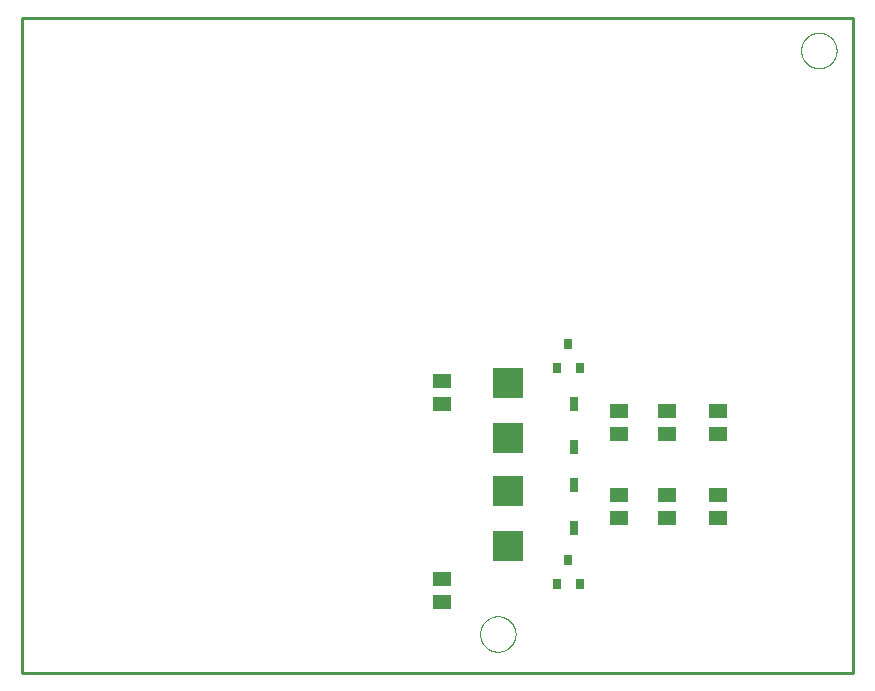
<source format=gtp>
G75*
%MOIN*%
%OFA0B0*%
%FSLAX25Y25*%
%IPPOS*%
%LPD*%
%AMOC8*
5,1,8,0,0,1.08239X$1,22.5*
%
%ADD10C,0.01000*%
%ADD11C,0.00000*%
%ADD12R,0.05906X0.05118*%
%ADD13R,0.10000X0.10000*%
%ADD14R,0.03150X0.03543*%
%ADD15R,0.02756X0.04724*%
D10*
X0044800Y0019300D02*
X0321750Y0019300D01*
X0321750Y0237800D01*
X0044800Y0237800D01*
X0044800Y0019300D01*
D11*
X0197394Y0032300D02*
X0197396Y0032453D01*
X0197402Y0032607D01*
X0197412Y0032760D01*
X0197426Y0032912D01*
X0197444Y0033065D01*
X0197466Y0033216D01*
X0197491Y0033367D01*
X0197521Y0033518D01*
X0197555Y0033668D01*
X0197592Y0033816D01*
X0197633Y0033964D01*
X0197678Y0034110D01*
X0197727Y0034256D01*
X0197780Y0034400D01*
X0197836Y0034542D01*
X0197896Y0034683D01*
X0197960Y0034823D01*
X0198027Y0034961D01*
X0198098Y0035097D01*
X0198173Y0035231D01*
X0198250Y0035363D01*
X0198332Y0035493D01*
X0198416Y0035621D01*
X0198504Y0035747D01*
X0198595Y0035870D01*
X0198689Y0035991D01*
X0198787Y0036109D01*
X0198887Y0036225D01*
X0198991Y0036338D01*
X0199097Y0036449D01*
X0199206Y0036557D01*
X0199318Y0036662D01*
X0199432Y0036763D01*
X0199550Y0036862D01*
X0199669Y0036958D01*
X0199791Y0037051D01*
X0199916Y0037140D01*
X0200043Y0037227D01*
X0200172Y0037309D01*
X0200303Y0037389D01*
X0200436Y0037465D01*
X0200571Y0037538D01*
X0200708Y0037607D01*
X0200847Y0037672D01*
X0200987Y0037734D01*
X0201129Y0037792D01*
X0201272Y0037847D01*
X0201417Y0037898D01*
X0201563Y0037945D01*
X0201710Y0037988D01*
X0201858Y0038027D01*
X0202007Y0038063D01*
X0202157Y0038094D01*
X0202308Y0038122D01*
X0202459Y0038146D01*
X0202612Y0038166D01*
X0202764Y0038182D01*
X0202917Y0038194D01*
X0203070Y0038202D01*
X0203223Y0038206D01*
X0203377Y0038206D01*
X0203530Y0038202D01*
X0203683Y0038194D01*
X0203836Y0038182D01*
X0203988Y0038166D01*
X0204141Y0038146D01*
X0204292Y0038122D01*
X0204443Y0038094D01*
X0204593Y0038063D01*
X0204742Y0038027D01*
X0204890Y0037988D01*
X0205037Y0037945D01*
X0205183Y0037898D01*
X0205328Y0037847D01*
X0205471Y0037792D01*
X0205613Y0037734D01*
X0205753Y0037672D01*
X0205892Y0037607D01*
X0206029Y0037538D01*
X0206164Y0037465D01*
X0206297Y0037389D01*
X0206428Y0037309D01*
X0206557Y0037227D01*
X0206684Y0037140D01*
X0206809Y0037051D01*
X0206931Y0036958D01*
X0207050Y0036862D01*
X0207168Y0036763D01*
X0207282Y0036662D01*
X0207394Y0036557D01*
X0207503Y0036449D01*
X0207609Y0036338D01*
X0207713Y0036225D01*
X0207813Y0036109D01*
X0207911Y0035991D01*
X0208005Y0035870D01*
X0208096Y0035747D01*
X0208184Y0035621D01*
X0208268Y0035493D01*
X0208350Y0035363D01*
X0208427Y0035231D01*
X0208502Y0035097D01*
X0208573Y0034961D01*
X0208640Y0034823D01*
X0208704Y0034683D01*
X0208764Y0034542D01*
X0208820Y0034400D01*
X0208873Y0034256D01*
X0208922Y0034110D01*
X0208967Y0033964D01*
X0209008Y0033816D01*
X0209045Y0033668D01*
X0209079Y0033518D01*
X0209109Y0033367D01*
X0209134Y0033216D01*
X0209156Y0033065D01*
X0209174Y0032912D01*
X0209188Y0032760D01*
X0209198Y0032607D01*
X0209204Y0032453D01*
X0209206Y0032300D01*
X0209204Y0032147D01*
X0209198Y0031993D01*
X0209188Y0031840D01*
X0209174Y0031688D01*
X0209156Y0031535D01*
X0209134Y0031384D01*
X0209109Y0031233D01*
X0209079Y0031082D01*
X0209045Y0030932D01*
X0209008Y0030784D01*
X0208967Y0030636D01*
X0208922Y0030490D01*
X0208873Y0030344D01*
X0208820Y0030200D01*
X0208764Y0030058D01*
X0208704Y0029917D01*
X0208640Y0029777D01*
X0208573Y0029639D01*
X0208502Y0029503D01*
X0208427Y0029369D01*
X0208350Y0029237D01*
X0208268Y0029107D01*
X0208184Y0028979D01*
X0208096Y0028853D01*
X0208005Y0028730D01*
X0207911Y0028609D01*
X0207813Y0028491D01*
X0207713Y0028375D01*
X0207609Y0028262D01*
X0207503Y0028151D01*
X0207394Y0028043D01*
X0207282Y0027938D01*
X0207168Y0027837D01*
X0207050Y0027738D01*
X0206931Y0027642D01*
X0206809Y0027549D01*
X0206684Y0027460D01*
X0206557Y0027373D01*
X0206428Y0027291D01*
X0206297Y0027211D01*
X0206164Y0027135D01*
X0206029Y0027062D01*
X0205892Y0026993D01*
X0205753Y0026928D01*
X0205613Y0026866D01*
X0205471Y0026808D01*
X0205328Y0026753D01*
X0205183Y0026702D01*
X0205037Y0026655D01*
X0204890Y0026612D01*
X0204742Y0026573D01*
X0204593Y0026537D01*
X0204443Y0026506D01*
X0204292Y0026478D01*
X0204141Y0026454D01*
X0203988Y0026434D01*
X0203836Y0026418D01*
X0203683Y0026406D01*
X0203530Y0026398D01*
X0203377Y0026394D01*
X0203223Y0026394D01*
X0203070Y0026398D01*
X0202917Y0026406D01*
X0202764Y0026418D01*
X0202612Y0026434D01*
X0202459Y0026454D01*
X0202308Y0026478D01*
X0202157Y0026506D01*
X0202007Y0026537D01*
X0201858Y0026573D01*
X0201710Y0026612D01*
X0201563Y0026655D01*
X0201417Y0026702D01*
X0201272Y0026753D01*
X0201129Y0026808D01*
X0200987Y0026866D01*
X0200847Y0026928D01*
X0200708Y0026993D01*
X0200571Y0027062D01*
X0200436Y0027135D01*
X0200303Y0027211D01*
X0200172Y0027291D01*
X0200043Y0027373D01*
X0199916Y0027460D01*
X0199791Y0027549D01*
X0199669Y0027642D01*
X0199550Y0027738D01*
X0199432Y0027837D01*
X0199318Y0027938D01*
X0199206Y0028043D01*
X0199097Y0028151D01*
X0198991Y0028262D01*
X0198887Y0028375D01*
X0198787Y0028491D01*
X0198689Y0028609D01*
X0198595Y0028730D01*
X0198504Y0028853D01*
X0198416Y0028979D01*
X0198332Y0029107D01*
X0198250Y0029237D01*
X0198173Y0029369D01*
X0198098Y0029503D01*
X0198027Y0029639D01*
X0197960Y0029777D01*
X0197896Y0029917D01*
X0197836Y0030058D01*
X0197780Y0030200D01*
X0197727Y0030344D01*
X0197678Y0030490D01*
X0197633Y0030636D01*
X0197592Y0030784D01*
X0197555Y0030932D01*
X0197521Y0031082D01*
X0197491Y0031233D01*
X0197466Y0031384D01*
X0197444Y0031535D01*
X0197426Y0031688D01*
X0197412Y0031840D01*
X0197402Y0031993D01*
X0197396Y0032147D01*
X0197394Y0032300D01*
X0304394Y0226800D02*
X0304396Y0226953D01*
X0304402Y0227107D01*
X0304412Y0227260D01*
X0304426Y0227412D01*
X0304444Y0227565D01*
X0304466Y0227716D01*
X0304491Y0227867D01*
X0304521Y0228018D01*
X0304555Y0228168D01*
X0304592Y0228316D01*
X0304633Y0228464D01*
X0304678Y0228610D01*
X0304727Y0228756D01*
X0304780Y0228900D01*
X0304836Y0229042D01*
X0304896Y0229183D01*
X0304960Y0229323D01*
X0305027Y0229461D01*
X0305098Y0229597D01*
X0305173Y0229731D01*
X0305250Y0229863D01*
X0305332Y0229993D01*
X0305416Y0230121D01*
X0305504Y0230247D01*
X0305595Y0230370D01*
X0305689Y0230491D01*
X0305787Y0230609D01*
X0305887Y0230725D01*
X0305991Y0230838D01*
X0306097Y0230949D01*
X0306206Y0231057D01*
X0306318Y0231162D01*
X0306432Y0231263D01*
X0306550Y0231362D01*
X0306669Y0231458D01*
X0306791Y0231551D01*
X0306916Y0231640D01*
X0307043Y0231727D01*
X0307172Y0231809D01*
X0307303Y0231889D01*
X0307436Y0231965D01*
X0307571Y0232038D01*
X0307708Y0232107D01*
X0307847Y0232172D01*
X0307987Y0232234D01*
X0308129Y0232292D01*
X0308272Y0232347D01*
X0308417Y0232398D01*
X0308563Y0232445D01*
X0308710Y0232488D01*
X0308858Y0232527D01*
X0309007Y0232563D01*
X0309157Y0232594D01*
X0309308Y0232622D01*
X0309459Y0232646D01*
X0309612Y0232666D01*
X0309764Y0232682D01*
X0309917Y0232694D01*
X0310070Y0232702D01*
X0310223Y0232706D01*
X0310377Y0232706D01*
X0310530Y0232702D01*
X0310683Y0232694D01*
X0310836Y0232682D01*
X0310988Y0232666D01*
X0311141Y0232646D01*
X0311292Y0232622D01*
X0311443Y0232594D01*
X0311593Y0232563D01*
X0311742Y0232527D01*
X0311890Y0232488D01*
X0312037Y0232445D01*
X0312183Y0232398D01*
X0312328Y0232347D01*
X0312471Y0232292D01*
X0312613Y0232234D01*
X0312753Y0232172D01*
X0312892Y0232107D01*
X0313029Y0232038D01*
X0313164Y0231965D01*
X0313297Y0231889D01*
X0313428Y0231809D01*
X0313557Y0231727D01*
X0313684Y0231640D01*
X0313809Y0231551D01*
X0313931Y0231458D01*
X0314050Y0231362D01*
X0314168Y0231263D01*
X0314282Y0231162D01*
X0314394Y0231057D01*
X0314503Y0230949D01*
X0314609Y0230838D01*
X0314713Y0230725D01*
X0314813Y0230609D01*
X0314911Y0230491D01*
X0315005Y0230370D01*
X0315096Y0230247D01*
X0315184Y0230121D01*
X0315268Y0229993D01*
X0315350Y0229863D01*
X0315427Y0229731D01*
X0315502Y0229597D01*
X0315573Y0229461D01*
X0315640Y0229323D01*
X0315704Y0229183D01*
X0315764Y0229042D01*
X0315820Y0228900D01*
X0315873Y0228756D01*
X0315922Y0228610D01*
X0315967Y0228464D01*
X0316008Y0228316D01*
X0316045Y0228168D01*
X0316079Y0228018D01*
X0316109Y0227867D01*
X0316134Y0227716D01*
X0316156Y0227565D01*
X0316174Y0227412D01*
X0316188Y0227260D01*
X0316198Y0227107D01*
X0316204Y0226953D01*
X0316206Y0226800D01*
X0316204Y0226647D01*
X0316198Y0226493D01*
X0316188Y0226340D01*
X0316174Y0226188D01*
X0316156Y0226035D01*
X0316134Y0225884D01*
X0316109Y0225733D01*
X0316079Y0225582D01*
X0316045Y0225432D01*
X0316008Y0225284D01*
X0315967Y0225136D01*
X0315922Y0224990D01*
X0315873Y0224844D01*
X0315820Y0224700D01*
X0315764Y0224558D01*
X0315704Y0224417D01*
X0315640Y0224277D01*
X0315573Y0224139D01*
X0315502Y0224003D01*
X0315427Y0223869D01*
X0315350Y0223737D01*
X0315268Y0223607D01*
X0315184Y0223479D01*
X0315096Y0223353D01*
X0315005Y0223230D01*
X0314911Y0223109D01*
X0314813Y0222991D01*
X0314713Y0222875D01*
X0314609Y0222762D01*
X0314503Y0222651D01*
X0314394Y0222543D01*
X0314282Y0222438D01*
X0314168Y0222337D01*
X0314050Y0222238D01*
X0313931Y0222142D01*
X0313809Y0222049D01*
X0313684Y0221960D01*
X0313557Y0221873D01*
X0313428Y0221791D01*
X0313297Y0221711D01*
X0313164Y0221635D01*
X0313029Y0221562D01*
X0312892Y0221493D01*
X0312753Y0221428D01*
X0312613Y0221366D01*
X0312471Y0221308D01*
X0312328Y0221253D01*
X0312183Y0221202D01*
X0312037Y0221155D01*
X0311890Y0221112D01*
X0311742Y0221073D01*
X0311593Y0221037D01*
X0311443Y0221006D01*
X0311292Y0220978D01*
X0311141Y0220954D01*
X0310988Y0220934D01*
X0310836Y0220918D01*
X0310683Y0220906D01*
X0310530Y0220898D01*
X0310377Y0220894D01*
X0310223Y0220894D01*
X0310070Y0220898D01*
X0309917Y0220906D01*
X0309764Y0220918D01*
X0309612Y0220934D01*
X0309459Y0220954D01*
X0309308Y0220978D01*
X0309157Y0221006D01*
X0309007Y0221037D01*
X0308858Y0221073D01*
X0308710Y0221112D01*
X0308563Y0221155D01*
X0308417Y0221202D01*
X0308272Y0221253D01*
X0308129Y0221308D01*
X0307987Y0221366D01*
X0307847Y0221428D01*
X0307708Y0221493D01*
X0307571Y0221562D01*
X0307436Y0221635D01*
X0307303Y0221711D01*
X0307172Y0221791D01*
X0307043Y0221873D01*
X0306916Y0221960D01*
X0306791Y0222049D01*
X0306669Y0222142D01*
X0306550Y0222238D01*
X0306432Y0222337D01*
X0306318Y0222438D01*
X0306206Y0222543D01*
X0306097Y0222651D01*
X0305991Y0222762D01*
X0305887Y0222875D01*
X0305787Y0222991D01*
X0305689Y0223109D01*
X0305595Y0223230D01*
X0305504Y0223353D01*
X0305416Y0223479D01*
X0305332Y0223607D01*
X0305250Y0223737D01*
X0305173Y0223869D01*
X0305098Y0224003D01*
X0305027Y0224139D01*
X0304960Y0224277D01*
X0304896Y0224417D01*
X0304836Y0224558D01*
X0304780Y0224700D01*
X0304727Y0224844D01*
X0304678Y0224990D01*
X0304633Y0225136D01*
X0304592Y0225284D01*
X0304555Y0225432D01*
X0304521Y0225582D01*
X0304491Y0225733D01*
X0304466Y0225884D01*
X0304444Y0226035D01*
X0304426Y0226188D01*
X0304412Y0226340D01*
X0304402Y0226493D01*
X0304396Y0226647D01*
X0304394Y0226800D01*
D12*
X0184800Y0116540D03*
X0184800Y0109060D03*
X0243800Y0106540D03*
X0243800Y0099060D03*
X0259800Y0099060D03*
X0259800Y0106540D03*
X0276800Y0106540D03*
X0276800Y0099060D03*
X0276800Y0078540D03*
X0276800Y0071060D03*
X0259800Y0071060D03*
X0259800Y0078540D03*
X0243800Y0078540D03*
X0243800Y0071060D03*
X0184800Y0050540D03*
X0184800Y0043060D03*
D13*
X0206800Y0061550D03*
X0206800Y0080050D03*
X0206800Y0097550D03*
X0206800Y0116050D03*
D14*
X0223060Y0120863D03*
X0230540Y0120863D03*
X0226800Y0129131D03*
X0226800Y0057131D03*
X0223060Y0048863D03*
X0230540Y0048863D03*
D15*
X0228800Y0067517D03*
X0228800Y0082083D03*
X0228800Y0094517D03*
X0228800Y0109083D03*
M02*

</source>
